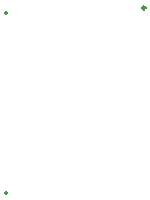
<source format=gbr>
%TF.GenerationSoftware,Altium Limited,Altium Designer,24.10.1 (45)*%
G04 Layer_Color=8388736*
%FSLAX45Y45*%
%MOMM*%
%TF.SameCoordinates,F50C4461-6059-43A5-BEE7-B7ABC5EDFC2B*%
%TF.FilePolarity,Positive*%
%TF.FileFunction,Other,Mechanical_6*%
%TF.Part,Single*%
G01*
G75*
%TA.AperFunction,NonConductor*%
%ADD50C,0.20000*%
%ADD51C,0.25400*%
D50*
X3597504Y482905D02*
G03*
X3597504Y482905I-10008J0D01*
G01*
Y2006905D02*
G03*
X3597504Y2006905I-10008J0D01*
G01*
D51*
X4769358Y2049780D02*
G03*
X4769358Y2049780I-12700J0D01*
G01*
%TF.MD5,90e7fa240ece251a7f4e98415a88bd63*%
M02*

</source>
